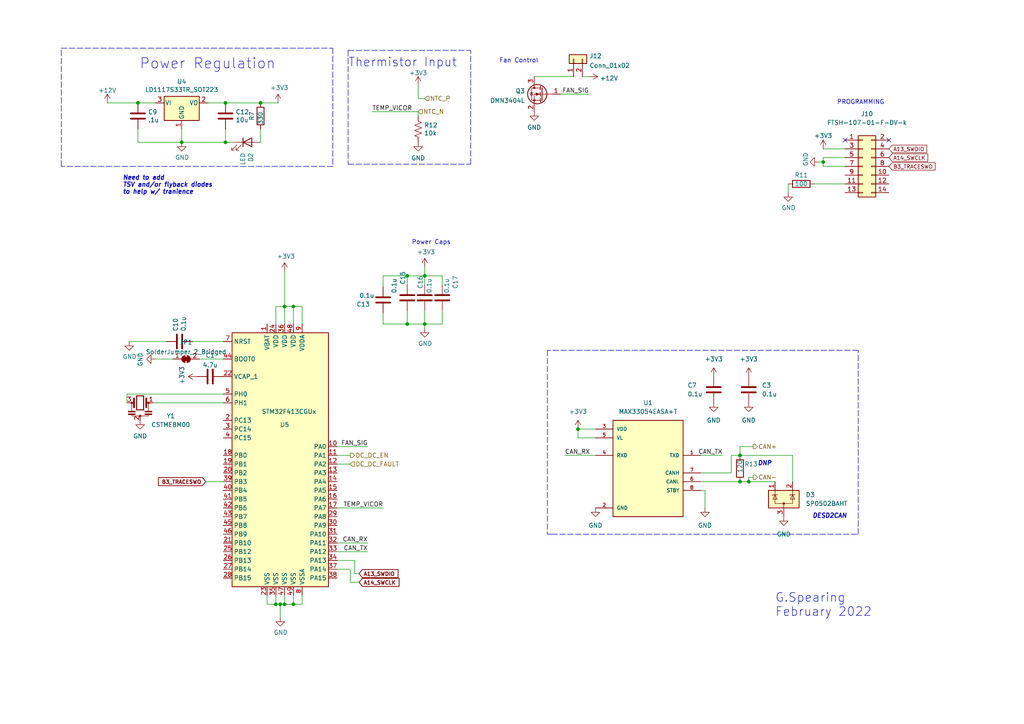
<source format=kicad_sch>
(kicad_sch (version 20211123) (generator eeschema)
  (paper "A4")
  (lib_symbols
    (symbol "AERO_Symbols:MAX33054EASA+T" (pin_names (offset 1.016))
      (property "Reference" "U" (at -10.16 13.6906 0))
      (property "Value" "MAX33054EASA+T" (at -10.16 -19.2278 0))
      (symbol "MAX33054EASA+T_0_0"
        (rectangle (start -10.16 -15.24) (end 10.16 12.7) (stroke (width 0.254)) (fill (type background)))
        (pin input line (at -15.24 2.54 0) (length 5.08) (name "TXD") (number "1"))
        (pin power_in line (at 15.24 -12.7 180) (length 5.08) (name "GND") (number "2"))
        (pin power_in line (at 15.24 10.16 180) (length 5.08) (name "VDD") (number "3"))
        (pin output line (at 15.24 2.54 180) (length 5.08) (name "RXD") (number "4"))
        (pin power_in line (at 15.24 7.62 180) (length 5.08) (name "VL") (number "5"))
        (pin input line (at -15.24 -5.08 0) (length 5.08) (name "CANL") (number "6"))
        (pin input line (at -15.24 -2.54 0) (length 5.08) (name "CANH") (number "7"))
        (pin input line (at -15.24 -7.62 0) (length 5.08) (name "STBY") (number "8"))
      )
    )
    (symbol "Connector_Generic:Conn_01x02" (pin_names (offset 1.016) hide)
      (property "Reference" "J" (at 0 2.54 0))
      (property "Value" "Conn_01x02" (at 0 -5.08 0))
      (symbol "Conn_01x02_1_1"
        (rectangle (start -1.27 -2.413) (end 0 -2.667) (stroke (width 0.1524)))
        (rectangle (start -1.27 0.127) (end 0 -0.127) (stroke (width 0.1524)))
        (rectangle (start -1.27 1.27) (end 1.27 -3.81) (stroke (width 0.254)) (fill (type background)))
        (pin passive line (at -5.08 0 0) (length 3.81) (name "Pin_1") (number "1"))
        (pin passive line (at -5.08 -2.54 0) (length 3.81) (name "Pin_2") (number "2"))
      )
    )
    (symbol "Connector_Generic:Conn_02x07_Odd_Even" (pin_names (offset 1.016) hide)
      (property "Reference" "J" (at 1.27 10.16 0))
      (property "Value" "Conn_02x07_Odd_Even" (at 1.27 -10.16 0))
      (symbol "Conn_02x07_Odd_Even_1_1"
        (rectangle (start -1.27 -7.493) (end 0 -7.747) (stroke (width 0.1524)))
        (rectangle (start -1.27 -4.953) (end 0 -5.207) (stroke (width 0.1524)))
        (rectangle (start -1.27 -2.413) (end 0 -2.667) (stroke (width 0.1524)))
        (rectangle (start -1.27 0.127) (end 0 -0.127) (stroke (width 0.1524)))
        (rectangle (start -1.27 2.667) (end 0 2.413) (stroke (width 0.1524)))
        (rectangle (start -1.27 5.207) (end 0 4.953) (stroke (width 0.1524)))
        (rectangle (start -1.27 7.747) (end 0 7.493) (stroke (width 0.1524)))
        (rectangle (start -1.27 8.89) (end 3.81 -8.89) (stroke (width 0.254)) (fill (type background)))
        (rectangle (start 3.81 -7.493) (end 2.54 -7.747) (stroke (width 0.1524)))
        (rectangle (start 3.81 -4.953) (end 2.54 -5.207) (stroke (width 0.1524)))
        (rectangle (start 3.81 -2.413) (end 2.54 -2.667) (stroke (width 0.1524)))
        (rectangle (start 3.81 0.127) (end 2.54 -0.127) (stroke (width 0.1524)))
        (rectangle (start 3.81 2.667) (end 2.54 2.413) (stroke (width 0.1524)))
        (rectangle (start 3.81 5.207) (end 2.54 4.953) (stroke (width 0.1524)))
        (rectangle (start 3.81 7.747) (end 2.54 7.493) (stroke (width 0.1524)))
        (pin passive line (at -5.08 7.62 0) (length 3.81) (name "Pin_1") (number "1"))
        (pin passive line (at 7.62 -2.54 180) (length 3.81) (name "Pin_10") (number "10"))
        (pin passive line (at -5.08 -5.08 0) (length 3.81) (name "Pin_11") (number "11"))
        (pin passive line (at 7.62 -5.08 180) (length 3.81) (name "Pin_12") (number "12"))
        (pin passive line (at -5.08 -7.62 0) (length 3.81) (name "Pin_13") (number "13"))
        (pin passive line (at 7.62 -7.62 180) (length 3.81) (name "Pin_14") (number "14"))
        (pin passive line (at 7.62 7.62 180) (length 3.81) (name "Pin_2") (number "2"))
        (pin passive line (at -5.08 5.08 0) (length 3.81) (name "Pin_3") (number "3"))
        (pin passive line (at 7.62 5.08 180) (length 3.81) (name "Pin_4") (number "4"))
        (pin passive line (at -5.08 2.54 0) (length 3.81) (name "Pin_5") (number "5"))
        (pin passive line (at 7.62 2.54 180) (length 3.81) (name "Pin_6") (number "6"))
        (pin passive line (at -5.08 0 0) (length 3.81) (name "Pin_7") (number "7"))
        (pin passive line (at 7.62 0 180) (length 3.81) (name "Pin_8") (number "8"))
        (pin passive line (at -5.08 -2.54 0) (length 3.81) (name "Pin_9") (number "9"))
      )
    )
    (symbol "Device:C" (pin_numbers hide) (pin_names (offset 0.254))
      (property "Reference" "C" (at 0.635 2.54 0))
      (property "Value" "C" (at 0.635 -2.54 0))
      (symbol "C_0_1"
        (polyline (pts (xy -2.032 -0.762) (xy 2.032 -0.762)) (stroke (width 0.508)))
        (polyline (pts (xy -2.032 0.762) (xy 2.032 0.762)) (stroke (width 0.508)))
      )
      (symbol "C_1_1"
        (pin passive line (at 0 3.81 270) (length 2.794) (name "~") (number "1"))
        (pin passive line (at 0 -3.81 90) (length 2.794) (name "~") (number "2"))
      )
    )
    (symbol "Device:LED" (pin_numbers hide) (pin_names (offset 1.016) hide)
      (property "Reference" "D" (at 0 2.54 0))
      (property "Value" "LED" (at 0 -2.54 0))
      (symbol "LED_0_1"
        (polyline (pts (xy -1.27 -1.27) (xy -1.27 1.27)) (stroke (width 0.254)))
        (polyline (pts (xy -1.27 0) (xy 1.27 0)))
        (polyline (pts (xy 1.27 -1.27) (xy 1.27 1.27) (xy -1.27 0) (xy 1.27 -1.27)) (stroke (width 0.254)))
        (polyline (pts (xy -3.048 -0.762) (xy -4.572 -2.286) (xy -3.81 -2.286) (xy -4.572 -2.286) (xy -4.572 -1.524)))
        (polyline (pts (xy -1.778 -0.762) (xy -3.302 -2.286) (xy -2.54 -2.286) (xy -3.302 -2.286) (xy -3.302 -1.524)))
      )
      (symbol "LED_1_1"
        (pin passive line (at -3.81 0 0) (length 2.54) (name "K") (number "1"))
        (pin passive line (at 3.81 0 180) (length 2.54) (name "A") (number "2"))
      )
    )
    (symbol "Device:Q_NMOS_GSD" (pin_names (offset 0) hide)
      (property "Reference" "Q" (at 5.08 1.27 0))
      (property "Value" "Q_NMOS_GSD" (at 5.08 -1.27 0))
      (symbol "Q_NMOS_GSD_0_1"
        (polyline (pts (xy 0.254 0) (xy -2.54 0)))
        (polyline (pts (xy 0.254 1.905) (xy 0.254 -1.905)) (stroke (width 0.254)))
        (polyline (pts (xy 0.762 -1.27) (xy 0.762 -2.286)) (stroke (width 0.254)))
        (polyline (pts (xy 0.762 0.508) (xy 0.762 -0.508)) (stroke (width 0.254)))
        (polyline (pts (xy 0.762 2.286) (xy 0.762 1.27)) (stroke (width 0.254)))
        (polyline (pts (xy 2.54 2.54) (xy 2.54 1.778)))
        (polyline (pts (xy 2.54 -2.54) (xy 2.54 0) (xy 0.762 0)))
        (polyline (pts (xy 0.762 -1.778) (xy 3.302 -1.778) (xy 3.302 1.778) (xy 0.762 1.778)))
        (polyline (pts (xy 1.016 0) (xy 2.032 0.381) (xy 2.032 -0.381) (xy 1.016 0)) (fill (type outline)))
        (polyline (pts (xy 2.794 0.508) (xy 2.921 0.381) (xy 3.683 0.381) (xy 3.81 0.254)))
        (polyline (pts (xy 3.302 0.381) (xy 2.921 -0.254) (xy 3.683 -0.254) (xy 3.302 0.381)))
        (circle (center 1.651 0) (radius 2.794) (stroke (width 0.254)))
        (circle (center 2.54 -1.778) (radius 0.254) (fill (type outline)))
        (circle (center 2.54 1.778) (radius 0.254) (fill (type outline)))
      )
      (symbol "Q_NMOS_GSD_1_1"
        (pin input line (at -5.08 0 0) (length 2.54) (name "G") (number "1"))
        (pin passive line (at 2.54 -5.08 90) (length 2.54) (name "S") (number "2"))
        (pin passive line (at 2.54 5.08 270) (length 2.54) (name "D") (number "3"))
      )
    )
    (symbol "Device:R" (pin_numbers hide) (pin_names (offset 0))
      (property "Reference" "R" (at 2.032 0 90))
      (property "Value" "R" (at 0 0 90))
      (symbol "R_0_1"
        (rectangle (start -1.016 -2.54) (end 1.016 2.54) (stroke (width 0.254)))
      )
      (symbol "R_1_1"
        (pin passive line (at 0 3.81 270) (length 1.27) (name "~") (number "1"))
        (pin passive line (at 0 -3.81 90) (length 1.27) (name "~") (number "2"))
      )
    )
    (symbol "Device:R_US" (pin_numbers hide) (pin_names (offset 0))
      (property "Reference" "R" (at 2.54 0 90))
      (property "Value" "R_US" (at -2.54 0 90))
      (symbol "R_US_0_1"
        (polyline (pts (xy 0 -2.286) (xy 0 -2.54)))
        (polyline (pts (xy 0 2.286) (xy 0 2.54)))
        (polyline (pts (xy 0 -0.762) (xy 1.016 -1.143) (xy 0 -1.524) (xy -1.016 -1.905) (xy 0 -2.286)))
        (polyline (pts (xy 0 0.762) (xy 1.016 0.381) (xy 0 0) (xy -1.016 -0.381) (xy 0 -0.762)))
        (polyline (pts (xy 0 2.286) (xy 1.016 1.905) (xy 0 1.524) (xy -1.016 1.143) (xy 0 0.762)))
      )
      (symbol "R_US_1_1"
        (pin passive line (at 0 3.81 270) (length 1.27) (name "~") (number "1"))
        (pin passive line (at 0 -3.81 90) (length 1.27) (name "~") (number "2"))
      )
    )
    (symbol "Device:Resonator" (pin_names (offset 1.016) hide)
      (property "Reference" "Y" (at 0 5.715 0))
      (property "Value" "Resonator" (at 0 3.81 0))
      (symbol "Resonator_0_1"
        (rectangle (start -3.429 -3.175) (end -1.397 -3.429) (fill (type outline)))
        (rectangle (start -3.429 -2.413) (end -1.397 -2.667) (fill (type outline)))
        (circle (center -2.413 0) (radius 0.254) (fill (type outline)))
        (rectangle (start -1.016 2.032) (end 1.016 -2.032) (stroke (width 0.3048)))
        (circle (center 0 -3.81) (radius 0.254) (fill (type outline)))
        (polyline (pts (xy -2.413 -2.413) (xy -2.413 0)))
        (polyline (pts (xy -1.905 0) (xy -3.175 0)))
        (polyline (pts (xy -1.778 -1.27) (xy -1.778 1.27)) (stroke (width 0.508)))
        (polyline (pts (xy 1.778 -1.27) (xy 1.778 1.27)) (stroke (width 0.508)))
        (polyline (pts (xy 1.905 0) (xy 2.54 0)))
        (polyline (pts (xy 2.413 0) (xy 2.413 -2.54)))
        (polyline (pts (xy 2.413 -3.302) (xy 2.413 -3.81) (xy -2.413 -3.81) (xy -2.413 -3.302)))
        (rectangle (start 1.397 -3.175) (end 3.429 -3.429) (fill (type outline)))
        (rectangle (start 1.397 -2.413) (end 3.429 -2.667) (fill (type outline)))
        (circle (center 2.413 0) (radius 0.254) (fill (type outline)))
      )
      (symbol "Resonator_1_1"
        (pin passive line (at -3.81 0 0) (length 1.27) (name "1") (number "1"))
        (pin passive line (at 0 -5.08 90) (length 1.27) (name "2") (number "2"))
        (pin passive line (at 3.81 0 180) (length 1.27) (name "3") (number "3"))
      )
    )
    (symbol "Jumper:SolderJumper_2_Bridged" (pin_names (offset 0) hide)
      (property "Reference" "JP" (at 0 2.032 0))
      (property "Value" "SolderJumper_2_Bridged" (at 0 -2.54 0))
      (symbol "SolderJumper_2_Bridged_0_1"
        (rectangle (start -0.508 0.508) (end 0.508 -0.508) (fill (type outline)))
        (arc (start -0.254 1.016) (mid -1.27 0) (end -0.254 -1.016))
        (arc (start -0.254 1.016) (mid -1.27 0) (end -0.254 -1.016) (fill (type outline)))
        (polyline (pts (xy -0.254 1.016) (xy -0.254 -1.016)))
        (polyline (pts (xy 0.254 1.016) (xy 0.254 -1.016)))
        (arc (start 0.254 -1.016) (mid 1.27 0) (end 0.254 1.016))
        (arc (start 0.254 -1.016) (mid 1.27 0) (end 0.254 1.016) (fill (type outline)))
      )
      (symbol "SolderJumper_2_Bridged_1_1"
        (pin passive line (at -3.81 0 0) (length 2.54) (name "A") (number "1"))
        (pin passive line (at 3.81 0 180) (length 2.54) (name "B") (number "2"))
      )
    )
    (symbol "MCU_ST_STM32F4:STM32F413CGUx"
      (property "Reference" "U" (at -15.24 36.83 0))
      (property "Value" "STM32F413CGUx" (at 7.62 36.83 0))
      (symbol "STM32F413CGUx_0_1"
        (rectangle (start -15.24 -38.1) (end 12.7 35.56) (stroke (width 0.254)) (fill (type background)))
      )
      (symbol "STM32F413CGUx_1_1"
        (pin power_in line (at -5.08 38.1 270) (length 2.54) (name "VBAT") (number "1"))
        (pin bidirectional line (at 15.24 2.54 180) (length 2.54) (name "PA0") (number "10"))
        (pin bidirectional line (at 15.24 0 180) (length 2.54) (name "PA1") (number "11"))
        (pin bidirectional line (at 15.24 -2.54 180) (length 2.54) (name "PA2") (number "12"))
        (pin bidirectional line (at 15.24 -5.08 180) (length 2.54) (name "PA3") (number "13"))
        (pin bidirectional line (at 15.24 -7.62 180) (length 2.54) (name "PA4") (number "14"))
        (pin bidirectional line (at 15.24 -10.16 180) (length 2.54) (name "PA5") (number "15"))
        (pin bidirectional line (at 15.24 -12.7 180) (length 2.54) (name "PA6") (number "16"))
        (pin bidirectional line (at 15.24 -15.24 180) (length 2.54) (name "PA7") (number "17"))
        (pin bidirectional line (at -17.78 0 0) (length 2.54) (name "PB0") (number "18"))
        (pin bidirectional line (at -17.78 -2.54 0) (length 2.54) (name "PB1") (number "19"))
        (pin bidirectional line (at -17.78 10.16 0) (length 2.54) (name "PC13") (number "2"))
        (pin bidirectional line (at -17.78 -5.08 0) (length 2.54) (name "PB2") (number "20"))
        (pin bidirectional line (at -17.78 -25.4 0) (length 2.54) (name "PB10") (number "21"))
        (pin power_in line (at -17.78 22.86 0) (length 2.54) (name "VCAP_1") (number "22"))
        (pin power_in line (at -5.08 -40.64 90) (length 2.54) (name "VSS") (number "23"))
        (pin power_in line (at -2.54 38.1 270) (length 2.54) (name "VDD") (number "24"))
        (pin bidirectional line (at -17.78 -27.94 0) (length 2.54) (name "PB12") (number "25"))
        (pin bidirectional line (at -17.78 -30.48 0) (length 2.54) (name "PB13") (number "26"))
        (pin bidirectional line (at -17.78 -33.02 0) (length 2.54) (name "PB14") (number "27"))
        (pin bidirectional line (at -17.78 -35.56 0) (length 2.54) (name "PB15") (number "28"))
        (pin bidirectional line (at 15.24 -17.78 180) (length 2.54) (name "PA8") (number "29"))
        (pin bidirectional line (at -17.78 7.62 0) (length 2.54) (name "PC14") (number "3"))
        (pin bidirectional line (at 15.24 -20.32 180) (length 2.54) (name "PA9") (number "30"))
        (pin bidirectional line (at 15.24 -22.86 180) (length 2.54) (name "PA10") (number "31"))
        (pin bidirectional line (at 15.24 -25.4 180) (length 2.54) (name "PA11") (number "32"))
        (pin bidirectional line (at 15.24 -27.94 180) (length 2.54) (name "PA12") (number "33"))
        (pin bidirectional line (at 15.24 -30.48 180) (length 2.54) (name "PA13") (number "34"))
        (pin power_in line (at -2.54 -40.64 90) (length 2.54) (name "VSS") (number "35"))
        (pin power_in line (at 0 38.1 270) (length 2.54) (name "VDD") (number "36"))
        (pin bidirectional line (at 15.24 -33.02 180) (length 2.54) (name "PA14") (number "37"))
        (pin bidirectional line (at 15.24 -35.56 180) (length 2.54) (name "PA15") (number "38"))
        (pin bidirectional line (at -17.78 -7.62 0) (length 2.54) (name "PB3") (number "39"))
        (pin bidirectional line (at -17.78 5.08 0) (length 2.54) (name "PC15") (number "4"))
        (pin bidirectional line (at -17.78 -10.16 0) (length 2.54) (name "PB4") (number "40"))
        (pin bidirectional line (at -17.78 -12.7 0) (length 2.54) (name "PB5") (number "41"))
        (pin bidirectional line (at -17.78 -15.24 0) (length 2.54) (name "PB6") (number "42"))
        (pin bidirectional line (at -17.78 -17.78 0) (length 2.54) (name "PB7") (number "43"))
        (pin input line (at -17.78 27.94 0) (length 2.54) (name "BOOT0") (number "44"))
        (pin bidirectional line (at -17.78 -20.32 0) (length 2.54) (name "PB8") (number "45"))
        (pin bidirectional line (at -17.78 -22.86 0) (length 2.54) (name "PB9") (number "46"))
        (pin power_in line (at 0 -40.64 90) (length 2.54) (name "VSS") (number "47"))
        (pin power_in line (at 2.54 38.1 270) (length 2.54) (name "VDD") (number "48"))
        (pin power_in line (at 2.54 -40.64 90) (length 2.54) (name "VSS") (number "49"))
        (pin input line (at -17.78 17.78 0) (length 2.54) (name "PH0") (number "5"))
        (pin input line (at -17.78 15.24 0) (length 2.54) (name "PH1") (number "6"))
        (pin input line (at -17.78 33.02 0) (length 2.54) (name "NRST") (number "7"))
        (pin power_in line (at 5.08 -40.64 90) (length 2.54) (name "VSSA") (number "8"))
        (pin power_in line (at 5.08 38.1 270) (length 2.54) (name "VDDA") (number "9"))
      )
    )
    (symbol "Power_Protection:SP0502BAHT" (pin_names hide)
      (property "Reference" "D" (at 5.715 2.54 0))
      (property "Value" "SP0502BAHT" (at 5.715 0.635 0))
      (symbol "SP0502BAHT_0_0"
        (pin passive line (at 0 -5.08 90) (length 2.54) (name "A") (number "3"))
      )
      (symbol "SP0502BAHT_0_1"
        (rectangle (start -4.445 2.54) (end 4.445 -2.54) (stroke (width 0.254)) (fill (type background)))
        (circle (center 0 -1.27) (radius 0.254) (fill (type outline)))
        (polyline (pts (xy -2.54 2.54) (xy -2.54 1.27)))
        (polyline (pts (xy 0 -1.27) (xy 0 -2.54)))
        (polyline (pts (xy 2.54 2.54) (xy 2.54 1.27)))
        (polyline (pts (xy -3.302 1.016) (xy -3.302 1.27) (xy -1.905 1.27) (xy -1.778 1.27)))
        (polyline (pts (xy -2.54 1.27) (xy -2.54 -1.27) (xy 2.54 -1.27) (xy 2.54 1.27)))
        (polyline (pts (xy -2.54 1.27) (xy -1.905 0) (xy -3.175 0) (xy -2.54 1.27)))
        (polyline (pts (xy 1.778 1.016) (xy 1.778 1.27) (xy 3.175 1.27) (xy 3.302 1.27)))
        (polyline (pts (xy 2.54 1.27) (xy 1.905 0) (xy 3.175 0) (xy 2.54 1.27)))
      )
      (symbol "SP0502BAHT_1_1"
        (pin passive line (at -2.54 5.08 270) (length 2.54) (name "K") (number "1"))
        (pin passive line (at 2.54 5.08 270) (length 2.54) (name "K") (number "2"))
      )
    )
    (symbol "Regulator_Linear:LD1117S33TR_SOT223" (pin_names (offset 0.254))
      (property "Reference" "U" (at -3.81 3.175 0))
      (property "Value" "LD1117S33TR_SOT223" (at 0 3.175 0))
      (symbol "LD1117S33TR_SOT223_0_1"
        (rectangle (start -5.08 -5.08) (end 5.08 1.905) (stroke (width 0.254)) (fill (type background)))
      )
      (symbol "LD1117S33TR_SOT223_1_1"
        (pin power_in line (at 0 -7.62 90) (length 2.54) (name "GND") (number "1"))
        (pin power_out line (at 7.62 0 180) (length 2.54) (name "VO") (number "2"))
        (pin power_in line (at -7.62 0 0) (length 2.54) (name "VI") (number "3"))
      )
    )
    (symbol "power:+12V" (power) (pin_names (offset 0))
      (property "Value" "+12V" (at 0 3.556 0))
      (symbol "+12V_0_1"
        (polyline (pts (xy -0.762 1.27) (xy 0 2.54)))
        (polyline (pts (xy 0 0) (xy 0 2.54)))
        (polyline (pts (xy 0 2.54) (xy 0.762 1.27)))
      )
      (symbol "+12V_1_1"
        (pin power_in line (at 0 0 90) (length 0) hide (name "+12V") (number "1"))
      )
    )
    (symbol "power:+3.3V" (power) (pin_names (offset 0))
      (property "Value" "+3.3V" (at 0 3.556 0))
      (symbol "+3.3V_0_1"
        (polyline (pts (xy -0.762 1.27) (xy 0 2.54)))
        (polyline (pts (xy 0 0) (xy 0 2.54)))
        (polyline (pts (xy 0 2.54) (xy 0.762 1.27)))
      )
      (symbol "+3.3V_1_1"
        (pin power_in line (at 0 0 90) (length 0) hide (name "+3V3") (number "1"))
      )
    )
    (symbol "power:GND" (power) (pin_names (offset 0))
      (property "Value" "GND" (at 0 -3.81 0))
      (symbol "GND_0_1"
        (polyline (pts (xy 0 0) (xy 0 -1.27) (xy 1.27 -1.27) (xy 0 -2.54) (xy -1.27 -1.27) (xy 0 -1.27)))
      )
      (symbol "GND_1_1"
        (pin power_in line (at 0 0 270) (length 0) hide (name "GND") (number "1"))
      )
    )
  )
  (junction (at 214.63 132.08))
  (junction (at 82.55 175.26))
  (junction (at 81.28 175.26))
  (junction (at 167.64 124.46))
  (junction (at 65.405 29.845))
  (junction (at 52.705 41.275))
  (junction (at 80.01 175.26))
  (junction (at 118.11 93.98))
  (junction (at 214.63 139.7))
  (junction (at 238.76 46.99))
  (junction (at 40.005 29.845))
  (junction (at 85.09 175.26))
  (junction (at 65.405 41.275))
  (junction (at 85.09 88.9))
  (junction (at 75.565 29.845))
  (junction (at 82.55 88.9))
  (junction (at 118.11 80.01))
  (junction (at 123.19 80.01))
  (junction (at 217.17 139.7))
  (junction (at 123.19 93.98))
  (no_connect (at 245.11 40.64))
  (no_connect (at 257.81 40.64))
  (wire (pts (xy 55.88 99.06) (xy 64.77 99.06)))
  (wire (pts (xy 162.56 27.305) (xy 170.815 27.305)))
  (wire (pts (xy 40.005 29.845) (xy 45.085 29.845)))
  (wire (pts (xy 80.01 175.26) (xy 77.47 175.26)))
  (wire (pts (xy 102.87 162.56) (xy 97.79 162.56)))
  (wire (pts (xy 45.085 104.14) (xy 50.165 104.14)))
  (wire (pts (xy 81.28 179.07) (xy 81.28 175.26)))
  (wire (pts (xy 82.55 175.26) (xy 82.55 172.72)))
  (wire (pts (xy 123.19 93.98) (xy 123.19 95.25)))
  (wire (pts (xy 167.64 124.46) (xy 172.72 124.46)))
  (wire (pts (xy 75.565 41.275) (xy 75.565 37.465)))
  (wire (pts (xy 87.63 172.72) (xy 87.63 175.26)))
  (wire (pts (xy 121.285 24.765) (xy 121.285 28.575)))
  (wire (pts (xy 237.49 46.99) (xy 238.76 46.99)))
  (wire (pts (xy 87.63 93.98) (xy 87.63 88.9)))
  (polyline (pts (xy 96.52 13.97) (xy 96.52 48.26)))
  (polyline (pts (xy 160.02 154.94) (xy 248.92 154.94)))
  (wire (pts (xy 123.19 90.17) (xy 123.19 93.98)))
  (wire (pts (xy 65.405 41.275) (xy 67.945 41.275)))
  (wire (pts (xy 203.2 132.08) (xy 209.55 132.08)))
  (wire (pts (xy 40.005 37.465) (xy 40.005 41.275)))
  (wire (pts (xy 82.55 78.74) (xy 82.55 88.9)))
  (wire (pts (xy 82.55 175.26) (xy 85.09 175.26)))
  (wire (pts (xy 218.44 138.43) (xy 217.17 138.43)))
  (wire (pts (xy 118.11 93.98) (xy 111.125 93.98)))
  (wire (pts (xy 128.27 90.17) (xy 128.27 93.98)))
  (wire (pts (xy 203.2 139.7) (xy 214.63 139.7)))
  (wire (pts (xy 101.6 132.08) (xy 97.79 132.08)))
  (wire (pts (xy 81.28 175.26) (xy 82.55 175.26)))
  (wire (pts (xy 77.47 175.26) (xy 77.47 172.72)))
  (wire (pts (xy 52.705 37.465) (xy 52.705 41.275)))
  (wire (pts (xy 85.09 175.26) (xy 85.09 172.72)))
  (wire (pts (xy 37.465 99.06) (xy 48.26 99.06)))
  (wire (pts (xy 65.405 37.465) (xy 65.405 41.275)))
  (wire (pts (xy 245.11 45.72) (xy 238.76 45.72)))
  (wire (pts (xy 228.6 53.34) (xy 228.6 55.88)))
  (wire (pts (xy 167.64 124.46) (xy 167.64 127)))
  (wire (pts (xy 80.01 88.9) (xy 80.01 93.98)))
  (wire (pts (xy 217.17 139.7) (xy 224.79 139.7)))
  (wire (pts (xy 81.28 175.26) (xy 80.01 175.26)))
  (wire (pts (xy 111.125 80.01) (xy 118.11 80.01)))
  (wire (pts (xy 75.565 29.845) (xy 80.645 29.845)))
  (wire (pts (xy 167.64 127) (xy 172.72 127)))
  (polyline (pts (xy 248.92 154.94) (xy 248.92 101.6)))
  (wire (pts (xy 82.55 88.9) (xy 85.09 88.9)))
  (wire (pts (xy 111.125 93.98) (xy 111.125 90.805)))
  (wire (pts (xy 163.83 132.08) (xy 172.72 132.08)))
  (wire (pts (xy 65.405 29.845) (xy 60.325 29.845)))
  (wire (pts (xy 212.09 137.16) (xy 212.09 132.08)))
  (polyline (pts (xy 158.75 101.6) (xy 158.75 154.94)))
  (wire (pts (xy 118.11 93.98) (xy 123.19 93.98)))
  (wire (pts (xy 236.22 53.34) (xy 245.11 53.34)))
  (wire (pts (xy 97.79 157.48) (xy 106.68 157.48)))
  (wire (pts (xy 123.19 80.01) (xy 123.19 77.47)))
  (wire (pts (xy 57.785 104.14) (xy 64.77 104.14)))
  (polyline (pts (xy 100.965 47.625) (xy 136.525 47.625)))
  (wire (pts (xy 123.19 82.55) (xy 123.19 80.01)))
  (wire (pts (xy 59.69 139.7) (xy 64.77 139.7)))
  (wire (pts (xy 128.27 80.01) (xy 128.27 82.55)))
  (wire (pts (xy 214.63 139.7) (xy 217.17 139.7)))
  (wire (pts (xy 36.83 114.3) (xy 36.83 116.84)))
  (wire (pts (xy 168.91 22.225) (xy 170.815 22.225)))
  (wire (pts (xy 107.95 32.385) (xy 121.285 32.385)))
  (wire (pts (xy 52.705 41.275) (xy 65.405 41.275)))
  (polyline (pts (xy 17.78 48.26) (xy 17.78 13.97)))
  (wire (pts (xy 214.63 132.08) (xy 229.87 132.08)))
  (polyline (pts (xy 96.52 48.26) (xy 17.78 48.26)))
  (wire (pts (xy 217.17 138.43) (xy 217.17 139.7)))
  (wire (pts (xy 121.285 28.575) (xy 123.19 28.575)))
  (polyline (pts (xy 100.965 14.605) (xy 100.965 47.625)))
  (wire (pts (xy 65.405 29.845) (xy 75.565 29.845)))
  (wire (pts (xy 214.63 129.54) (xy 214.63 132.08)))
  (wire (pts (xy 64.77 114.3) (xy 36.83 114.3)))
  (wire (pts (xy 111.125 83.185) (xy 111.125 80.01)))
  (wire (pts (xy 44.45 116.84) (xy 64.77 116.84)))
  (wire (pts (xy 154.94 22.225) (xy 166.37 22.225)))
  (wire (pts (xy 118.11 82.55) (xy 118.11 80.01)))
  (wire (pts (xy 229.87 132.08) (xy 229.87 139.7)))
  (polyline (pts (xy 136.525 47.625) (xy 136.525 14.605)))
  (wire (pts (xy 123.19 80.01) (xy 128.27 80.01)))
  (wire (pts (xy 101.6 168.91) (xy 104.14 168.91)))
  (wire (pts (xy 118.11 80.01) (xy 123.19 80.01)))
  (wire (pts (xy 97.79 147.32) (xy 111.125 147.32)))
  (wire (pts (xy 80.01 172.72) (xy 80.01 175.26)))
  (wire (pts (xy 203.2 137.16) (xy 212.09 137.16)))
  (wire (pts (xy 87.63 175.26) (xy 85.09 175.26)))
  (wire (pts (xy 102.87 166.37) (xy 102.87 162.56)))
  (wire (pts (xy 97.79 129.54) (xy 106.68 129.54)))
  (polyline (pts (xy 100.965 14.605) (xy 136.525 14.605)))
  (wire (pts (xy 101.6 165.1) (xy 97.79 165.1)))
  (wire (pts (xy 82.55 88.9) (xy 80.01 88.9)))
  (wire (pts (xy 82.55 88.9) (xy 82.55 93.98)))
  (polyline (pts (xy 158.75 154.94) (xy 160.02 154.94)))
  (wire (pts (xy 40.005 41.275) (xy 52.705 41.275)))
  (wire (pts (xy 97.79 160.02) (xy 106.68 160.02)))
  (wire (pts (xy 204.47 147.32) (xy 204.47 142.24)))
  (wire (pts (xy 218.44 129.54) (xy 214.63 129.54)))
  (wire (pts (xy 203.2 142.24) (xy 204.47 142.24)))
  (wire (pts (xy 118.11 90.17) (xy 118.11 93.98)))
  (wire (pts (xy 101.6 165.1) (xy 101.6 168.91)))
  (polyline (pts (xy 17.78 13.97) (xy 96.52 13.97)))
  (wire (pts (xy 238.76 46.99) (xy 238.76 48.26)))
  (wire (pts (xy 238.76 48.26) (xy 245.11 48.26)))
  (wire (pts (xy 238.76 43.18) (xy 245.11 43.18)))
  (wire (pts (xy 121.285 33.655) (xy 121.285 32.385)))
  (polyline (pts (xy 248.92 101.6) (xy 158.75 101.6)))
  (wire (pts (xy 101.6 134.62) (xy 97.79 134.62)))
  (wire (pts (xy 238.76 45.72) (xy 238.76 46.99)))
  (wire (pts (xy 85.09 88.9) (xy 85.09 93.98)))
  (wire (pts (xy 212.09 132.08) (xy 214.63 132.08)))
  (wire (pts (xy 123.19 93.98) (xy 128.27 93.98)))
  (wire (pts (xy 104.14 166.37) (xy 102.87 166.37)))
  (wire (pts (xy 87.63 88.9) (xy 85.09 88.9)))
  (wire (pts (xy 31.115 29.845) (xy 40.005 29.845)))
  (text "Need to add\nTSV and/or flyback diodes\nto help w/ tranience" (at 35.56 56.515 0) (effects (font (size 1.27 1.27) bold italic) (justify left bottom)))
  (text "G.Spearing\nFebruary 2022" (at 224.79 179.07 0) (effects (font (size 2.54 2.54)) (justify left bottom)))
  (text "Fan Control" (at 144.78 18.415 0) (effects (font (size 1.27 1.27)) (justify left bottom)))
  (text "DESD2CAN" (at 235.585 150.495 0) (effects (font (size 1.27 1.27) bold italic) (justify left bottom)))
  (text "PROGRAMMING" (at 256.54 30.48 180) (effects (font (size 1.27 1.27)) (justify right bottom)))
  (text "Thermistor Input\n" (at 100.965 19.685 0) (effects (font (size 2.54 2.54)) (justify left bottom)))
  (text "Power Caps" (at 119.38 71.12 0) (effects (font (size 1.27 1.27)) (justify left bottom)))
  (text "Power Regulation" (at 80.01 20.32 180) (effects (font (size 2.9972 2.9972)) (justify right bottom)))
  (text "DNP" (at 219.71 135.255 0) (effects (font (size 1.27 1.27) bold italic) (justify left bottom)))
  (label "CAN_RX" (at 106.68 157.48 180))
  (label "FAN_SIG" (at 170.815 27.305 180))
  (label "CAN_TX" (at 106.68 160.02 180))
  (label "TEMP_VICOR" (at 111.125 147.32 180))
  (label "FAN_SIG" (at 106.68 129.54 180))
  (label "CAN_TX" (at 209.55 132.08 180))
  (label "CAN_RX" (at 163.83 132.08 0))
  (label "TEMP_VICOR" (at 107.95 32.385 0))
  (global_label "A14_SWCLK" (shape input) (at 257.81 45.72 0) (effects (font (size 1.0922 1.0922))) (property "Intersheet References" "${INTERSHEET_REFS}" (effects hide)))
  (global_label "A13_SWDIO" (shape input) (at 104.14 166.37 0) (effects (font (size 1.0922 1.0922) (thickness 0.2184) bold)) (property "Intersheet References" "${INTERSHEET_REFS}" (effects hide)))
  (global_label "A13_SWDIO" (shape input) (at 257.81 43.18 0) (effects (font (size 1.0922 1.0922))) (property "Intersheet References" "${INTERSHEET_REFS}" (effects hide)))
  (global_label "A14_SWCLK" (shape input) (at 104.14 168.91 0) (effects (font (size 1.0922 1.0922) (thickness 0.2184) bold)) (property "Intersheet References" "${INTERSHEET_REFS}" (effects hide)))
  (global_label "B3_TRACESWO" (shape input) (at 59.69 139.7 180) (effects (font (size 1.0922 1.0922) (thickness 0.2184) bold)) (property "Intersheet References" "${INTERSHEET_REFS}" (effects hide)))
  (global_label "B3_TRACESWO" (shape input) (at 257.81 48.26 0) (effects (font (size 1.0922 1.0922))) (property "Intersheet References" "${INTERSHEET_REFS}" (effects hide)))
  (hierarchical_label "NTC_N" (shape input) (at 121.285 32.385 0))
  (hierarchical_label "NTC_P" (shape input) (at 123.19 28.575 0))
  (hierarchical_label "CAN-" (shape output) (at 218.44 138.43 0))
  (hierarchical_label "DC_DC_FAULT" (shape input) (at 101.6 134.62 0))
  (hierarchical_label "DC_DC_EN" (shape output) (at 101.6 132.08 0))
  (hierarchical_label "CAN+" (shape output) (at 218.44 129.54 0))
  (symbol (lib_id "Device:R_US") (at 121.285 37.465 180) (unit 1)
    (property "Reference" "R12" (at 123.0122 36.2966 0) (effects (justify right)))
    (property "Value" "10k" (at 123.0122 38.608 0) (effects (justify right)))
    (property "Footprint" "Resistor_SMD:R_0603_1608Metric_Pad0.98x0.95mm_HandSolder" (effects hide))
  )
  (symbol (lib_id "MCU_ST_STM32F4:STM32F413CGUx") (at 82.55 132.08 0) (unit 1)
    (property "Reference" "U5" (at 82.55 123.19 0))
    (property "Value" "STM32F413CGUx" (at 83.82 119.38 0))
    (property "Footprint" "Package_DFN_QFN:QFN-48-1EP_7x7mm_P0.5mm_EP5.3x5.3mm" (effects hide))
    (property "Datasheet" "http://www.st.com/st-web-ui/static/active/en/resource/technical/document/datasheet/DM00282249.pdf" (effects hide))
  )
  (symbol (lib_id "Regulator_Linear:LD1117S33TR_SOT223") (at 52.705 29.845 0) (unit 1)
    (property "Reference" "U4" (at 52.705 23.6982 0))
    (property "Value" "LD1117S33TR_SOT223" (at 52.705 26.0096 0))
    (property "Footprint" "Package_TO_SOT_SMD:SOT-223-3_TabPin2" (effects hide))
    (property "Datasheet" "http://www.st.com/st-web-ui/static/active/en/resource/technical/document/datasheet/CD00000544.pdf" (effects hide))
  )
  (symbol (lib_id "Device:C") (at 40.005 33.655 0) (unit 1)
    (property "Reference" "C9" (at 42.926 32.4866 0) (effects (justify left)))
    (property "Value" ".1u" (at 42.926 34.798 0) (effects (justify left)))
    (property "Footprint" "Capacitor_SMD:C_0603_1608Metric_Pad1.08x0.95mm_HandSolder" (effects hide))
  )
  (symbol (lib_id "Device:C") (at 65.405 33.655 0) (unit 1)
    (property "Reference" "C12" (at 68.326 32.4866 0) (effects (justify left)))
    (property "Value" "10u" (at 68.326 34.798 0) (effects (justify left)))
    (property "Footprint" "Capacitor_SMD:C_0603_1608Metric_Pad1.08x0.95mm_HandSolder" (effects hide))
  )
  (symbol (lib_id "Device:LED") (at 71.755 41.275 0) (unit 1)
    (property "Reference" "D2" (at 72.7456 44.2722 90) (effects (justify right)))
    (property "Value" "LED" (at 70.4342 44.2722 90) (effects (justify right)))
    (property "Footprint" "LED_SMD:LED_0603_1608Metric_Pad1.05x0.95mm_HandSolder" (effects hide))
  )
  (symbol (lib_id "Device:R") (at 75.565 33.655 180) (unit 1)
    (property "Reference" "R7" (at 73.025 33.655 90))
    (property "Value" "330" (at 75.565 34.29 90))
    (property "Footprint" "Resistor_SMD:R_0603_1608Metric_Pad0.98x0.95mm_HandSolder" (effects hide))
  )
  (symbol (lib_id "power:GND") (at 52.705 41.275 0) (unit 1)
    (property "Reference" "#PWR026" (effects hide))
    (property "Value" "GND" (at 52.832 45.6692 0))
  )
  (symbol (lib_id "power:+3.3V") (at 80.645 29.845 0) (unit 1)
    (property "Reference" "#PWR029" (effects hide))
    (property "Value" "+3.3V" (at 81.026 25.4508 0))
  )
  (symbol (lib_id "Device:C") (at 52.07 99.06 90) (unit 1)
    (property "Reference" "C10" (at 50.9016 96.139 0) (effects (justify left)))
    (property "Value" "0.1u" (at 53.213 96.139 0) (effects (justify left)))
    (property "Footprint" "Capacitor_SMD:C_0603_1608Metric_Pad1.08x0.95mm_HandSolder" (effects hide))
  )
  (symbol (lib_id "power:GND") (at 37.465 99.06 0) (unit 1)
    (property "Reference" "#PWR025" (effects hide))
    (property "Value" "GND" (at 37.592 103.4542 0))
  )
  (symbol (lib_id "power:+3.3V") (at 82.55 78.74 0) (unit 1)
    (property "Reference" "#PWR028" (effects hide))
    (property "Value" "+3.3V" (at 82.931 74.3458 0))
  )
  (symbol (lib_id "power:+3.3V") (at 123.19 77.47 0) (unit 1)
    (property "Reference" "#PWR031" (effects hide))
    (property "Value" "+3.3V" (at 123.571 73.0758 0))
  )
  (symbol (lib_id "Device:C") (at 118.11 86.36 0) (unit 1)
    (property "Reference" "C15" (at 116.84 82.55 90) (effects (justify left)))
    (property "Value" "0.1u" (at 114.3 85.09 90) (effects (justify left)))
    (property "Footprint" "Capacitor_SMD:C_0603_1608Metric_Pad1.08x0.95mm_HandSolder" (effects hide))
  )
  (symbol (lib_id "Device:C") (at 123.19 86.36 0) (unit 1)
    (property "Reference" "C16" (at 121.92 83.82 90) (effects (justify left)))
    (property "Value" "0.1u" (at 124.46 85.09 90) (effects (justify left)))
    (property "Footprint" "Capacitor_SMD:C_0603_1608Metric_Pad1.08x0.95mm_HandSolder" (effects hide))
  )
  (symbol (lib_id "Device:C") (at 128.27 86.36 0) (unit 1)
    (property "Reference" "C17" (at 132.08 83.82 90) (effects (justify left)))
    (property "Value" "0.1u" (at 129.54 85.09 90) (effects (justify left)))
    (property "Footprint" "Capacitor_SMD:C_0603_1608Metric_Pad1.08x0.95mm_HandSolder" (effects hide))
  )
  (symbol (lib_id "power:GND") (at 81.28 179.07 0) (unit 1)
    (property "Reference" "#PWR027" (effects hide))
    (property "Value" "GND" (at 81.407 183.4642 0))
  )
  (symbol (lib_id "power:GND") (at 123.19 95.25 0) (unit 1)
    (property "Reference" "#PWR032" (effects hide))
    (property "Value" "GND" (at 123.317 99.6442 0))
  )
  (symbol (lib_id "Device:C") (at 111.125 86.995 180) (unit 1)
    (property "Reference" "C13" (at 107.315 88.265 0) (effects (justify left)))
    (property "Value" "0.1u" (at 108.585 85.725 0) (effects (justify left)))
    (property "Footprint" "Capacitor_SMD:C_0603_1608Metric_Pad1.08x0.95mm_HandSolder" (effects hide))
  )
  (symbol (lib_id "power:+3.3V") (at 238.76 43.18 0) (unit 1)
    (property "Reference" "#PWR040" (effects hide))
    (property "Value" "+3.3V" (at 238.76 39.37 0))
  )
  (symbol (lib_id "power:GND") (at 228.6 55.88 0) (unit 1)
    (property "Reference" "#PWR041" (effects hide))
    (property "Value" "GND" (at 228.727 60.2742 0))
  )
  (symbol (lib_id "Device:C") (at 60.96 109.22 90) (unit 1)
    (property "Reference" "C1" (at 60.96 103.0945 90))
    (property "Value" "4.7u" (at 60.96 105.8696 90))
    (property "Footprint" "Capacitor_SMD:C_0603_1608Metric_Pad1.08x0.95mm_HandSolder" (effects hide))
  )
  (symbol (lib_id "power:GND") (at 154.94 32.385 0) (mirror y) (unit 1)
    (property "Reference" "#PWR0114" (effects hide))
    (property "Value" "GND" (at 154.94 36.9475 0))
  )
  (symbol (lib_id "power:+3.3V") (at 217.17 109.22 0) (unit 1)
    (property "Reference" "#PWR0116" (effects hide))
    (property "Value" "+3.3V" (at 217.17 104.14 0))
  )
  (symbol (lib_id "power:GND") (at 217.17 116.84 0) (unit 1)
    (property "Reference" "#PWR0115" (effects hide))
    (property "Value" "GND" (at 217.17 121.92 0))
  )
  (symbol (lib_id "power:GND") (at 121.285 41.275 0) (unit 1)
    (property "Reference" "#PWR0102" (effects hide))
    (property "Value" "GND" (at 121.285 45.8375 0))
  )
  (symbol (lib_id "Device:R") (at 214.63 135.89 0) (unit 1)
    (property "Reference" "R13" (at 215.9 134.62 0) (effects (justify left)))
    (property "Value" "120" (at 214.63 137.16 90) (effects (justify left)))
    (property "Footprint" "Resistor_SMD:R_0603_1608Metric_Pad0.98x0.95mm_HandSolder" (effects hide))
  )
  (symbol (lib_id "Device:C") (at 207.01 113.03 0) (unit 1)
    (property "Reference" "C7" (at 199.39 111.76 0) (effects (justify left)))
    (property "Value" "0.1u" (at 199.39 114.3 0) (effects (justify left)))
    (property "Footprint" "Capacitor_SMD:C_0603_1608Metric_Pad1.08x0.95mm_HandSolder" (effects hide))
  )
  (symbol (lib_id "power:GND") (at 40.64 121.92 0) (unit 1)
    (property "Reference" "#PWR0124" (effects hide))
    (property "Value" "GND" (at 40.64 126.4825 0))
  )
  (symbol (lib_id "Device:C") (at 217.17 113.03 0) (unit 1)
    (property "Reference" "C3" (at 220.98 111.7599 0) (effects (justify left)))
    (property "Value" "0.1u" (at 220.98 114.2999 0) (effects (justify left)))
    (property "Footprint" "Capacitor_SMD:C_0603_1608Metric_Pad1.08x0.95mm_HandSolder" (effects hide))
  )
  (symbol (lib_id "power:+3.3V") (at 167.64 124.46 0) (unit 1)
    (property "Reference" "#PWR0120" (effects hide))
    (property "Value" "+3.3V" (at 167.64 119.38 0))
  )
  (symbol (lib_id "Connector_Generic:Conn_01x02") (at 166.37 17.145 90) (unit 1)
    (property "Reference" "J12" (at 170.942 16.2365 90) (effects (justify right)))
    (property "Value" "Conn_01x02" (at 170.942 19.0116 90) (effects (justify right)))
    (property "Footprint" "Connector_JST:JST_XH_B2B-XH-A_1x02_P2.50mm_Vertical" (effects hide))
  )
  (symbol (lib_id "power:+12V") (at 170.815 22.225 270) (unit 1)
    (property "Reference" "#PWR0113" (effects hide))
    (property "Value" "+12V" (at 173.99 22.704 90) (effects (justify left)))
  )
  (symbol (lib_id "Connector_Generic:Conn_02x07_Odd_Even") (at 250.19 48.26 0) (unit 1)
    (property "Reference" "J10" (at 251.46 33.02 0))
    (property "Value" "FTSH-107-01-F-DV-k" (at 251.46 35.56 0))
    (property "Footprint" "Connector_PinHeader_1.27mm:PinHeader_2x07_P1.27mm_Vertical_SMD" (effects hide))
  )
  (symbol (lib_id "AERO_Symbols:MAX33054EASA+T") (at 187.96 134.62 0) (mirror y) (unit 1)
    (property "Reference" "U1" (at 187.96 116.84 0))
    (property "Value" "MAX33054EASA+T" (at 187.96 119.38 0))
    (property "Footprint" "AERO_Footprints:SOIC127P600X175-8N" (effects hide))
    (property "PACKAGE" "SOIC-8 Maxim Integrated" (effects hide))
    (property "MF" "Maxim Integrated" (effects hide))
    (property "PRICE" "None" (effects hide))
    (property "MP" "MAX33054EASA+T" (effects hide))
    (property "DESCRIPTION" "IC TXRX CAN 3.3V 2MBPS 25KV 8SO" (effects hide))
    (property "AVAILABILITY" "Unavailable" (effects hide))
  )
  (symbol (lib_id "power:+3.3V") (at 121.285 24.765 0) (unit 1)
    (property "Reference" "#PWR0101" (effects hide))
    (property "Value" "+3.3V" (at 121.285 21.1605 0))
  )
  (symbol (lib_id "power:GND") (at 45.085 104.14 270) (unit 1)
    (property "Reference" "#PWR0108" (effects hide))
    (property "Value" "GND" (at 40.6908 104.267 0))
  )
  (symbol (lib_id "power:GND") (at 207.01 116.84 0) (unit 1)
    (property "Reference" "#PWR0119" (effects hide))
    (property "Value" "GND" (at 207.01 121.92 0))
  )
  (symbol (lib_id "power:+3.3V") (at 57.15 109.22 90) (unit 1)
    (property "Reference" "#PWR0109" (effects hide))
    (property "Value" "+3.3V" (at 52.7558 108.839 0))
  )
  (symbol (lib_id "power:GND") (at 227.33 149.86 0) (unit 1)
    (property "Reference" "#PWR0123" (effects hide))
    (property "Value" "GND" (at 227.33 154.94 0))
  )
  (symbol (lib_id "Device:Q_NMOS_GSD") (at 157.48 27.305 0) (mirror y) (unit 1)
    (property "Reference" "Q3" (at 152.2731 26.3965 0) (effects (justify left)))
    (property "Value" "DMN3404L" (at 152.2731 29.1716 0) (effects (justify left)))
    (property "Footprint" "Package_TO_SOT_SMD:SOT-23_Handsoldering" (effects hide))
  )
  (symbol (lib_id "power:GND") (at 204.47 147.32 0) (unit 1)
    (property "Reference" "#PWR0117" (effects hide))
    (property "Value" "GND" (at 204.47 152.4 0))
  )
  (symbol (lib_id "Device:R") (at 232.41 53.34 90) (unit 1)
    (property "Reference" "R11" (at 232.41 50.8 90))
    (property "Value" "100" (at 232.41 53.34 90))
    (property "Footprint" "Resistor_SMD:R_0603_1608Metric_Pad0.98x0.95mm_HandSolder" (effects hide))
  )
  (symbol (lib_id "Device:Resonator") (at 40.64 116.84 0) (mirror y) (unit 1)
    (property "Reference" "Y1" (at 49.53 120.65 0))
    (property "Value" "CSTME8M00" (at 49.53 123.19 0))
    (property "Footprint" "AERO_Footprints:Resonator_SMD_muRata_CSTxExxV-3Pin_3.0x1.1mm_HandSoldering" (effects hide))
  )
  (symbol (lib_id "Jumper:SolderJumper_2_Bridged") (at 53.975 104.14 0) (unit 1)
    (property "Reference" "JP1" (at 53.975 99.2845 0))
    (property "Value" "SolderJumper_2_Bridged" (at 53.975 102.0596 0))
    (property "Footprint" "Jumper:SolderJumper-2_P1.3mm_Bridged_RoundedPad1.0x1.5mm" (effects hide))
  )
  (symbol (lib_id "power:GND") (at 237.49 46.99 270) (unit 1)
    (property "Reference" "#PWR0122" (effects hide))
    (property "Value" "GND" (at 233.68 48.26 0) (effects (justify right)))
  )
  (symbol (lib_id "power:+3.3V") (at 207.01 109.22 0) (unit 1)
    (property "Reference" "#PWR0118" (effects hide))
    (property "Value" "+3.3V" (at 207.01 104.14 0))
  )
  (symbol (lib_id "power:+12V") (at 31.115 29.845 0) (unit 1)
    (property "Reference" "#PWR0106" (effects hide))
    (property "Value" "+12V" (at 31.115 26.2405 0))
  )
  (symbol (lib_id "Power_Protection:SP0502BAHT") (at 227.33 144.78 0) (unit 1)
    (property "Reference" "D3" (at 233.68 143.5099 0) (effects (justify left)))
    (property "Value" "SP0502BAHT" (at 233.68 146.0499 0) (effects (justify left)))
    (property "Footprint" "Package_TO_SOT_SMD:SOT-23" (effects hide))
    (property "Datasheet" "http://www.littelfuse.com/~/media/files/littelfuse/technical%20resources/documents/data%20sheets/sp05xxba.pdf" (effects hide))
  )
  (symbol (lib_id "power:GND") (at 172.72 147.32 0) (unit 1)
    (property "Reference" "#PWR0121" (effects hide))
    (property "Value" "GND" (at 172.72 152.4 0))
  )
)
</source>
